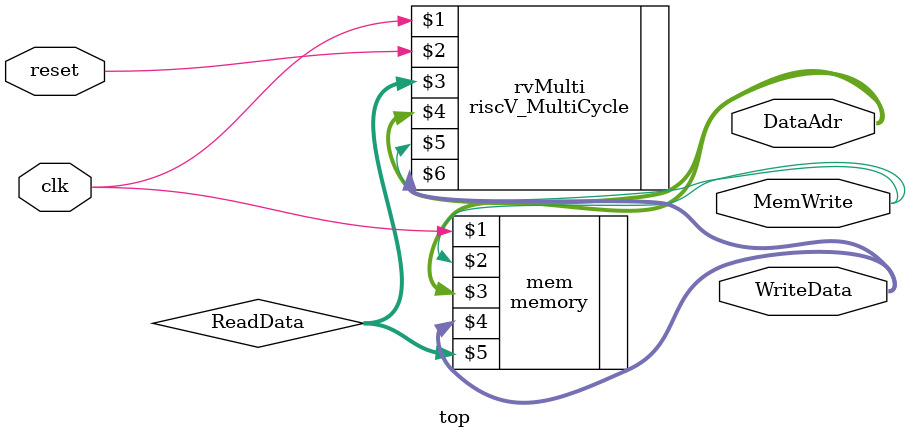
<source format=v>
`timescale 1ns / 1ps


module top(
  input  clk,       // Señal de reloj
  input  reset,     // Señal de reinicio
  output [31:0] WriteData, // Dato que se escribirá en la memoria
  output [31:0] DataAdr,   // Dirección de la memoria
  output MemWrite   // Señal de escritura (1 = escritura, 0 = lectura)
);

  wire [31:0] ReadData; // Dato leído desde la memoria

  // Instancia del procesador RISC-V multiciclo
  riscV_MultiCycle rvMulti(
    clk, 
    reset, 
    ReadData, 
    DataAdr, 
    MemWrite, 
    WriteData
  );

  // Instancia de la memoria
  memory mem(
    clk, 
    MemWrite, 
    DataAdr, 
    WriteData, 
    ReadData
  );

endmodule

</source>
